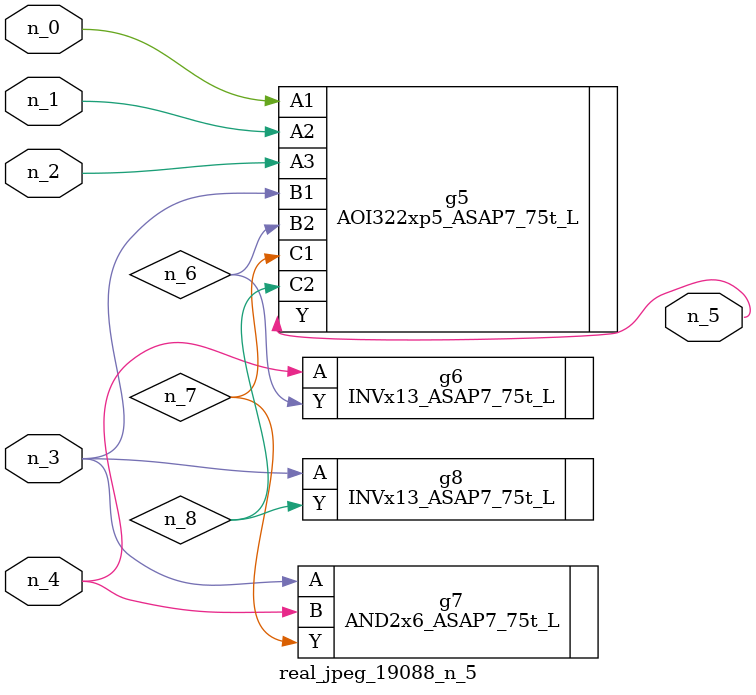
<source format=v>
module real_jpeg_19088_n_5 (n_4, n_0, n_1, n_2, n_3, n_5);

input n_4;
input n_0;
input n_1;
input n_2;
input n_3;

output n_5;

wire n_8;
wire n_6;
wire n_7;

AOI322xp5_ASAP7_75t_L g5 ( 
.A1(n_0),
.A2(n_1),
.A3(n_2),
.B1(n_3),
.B2(n_6),
.C1(n_7),
.C2(n_8),
.Y(n_5)
);

AND2x6_ASAP7_75t_L g7 ( 
.A(n_3),
.B(n_4),
.Y(n_7)
);

INVx13_ASAP7_75t_L g8 ( 
.A(n_3),
.Y(n_8)
);

INVx13_ASAP7_75t_L g6 ( 
.A(n_4),
.Y(n_6)
);


endmodule
</source>
